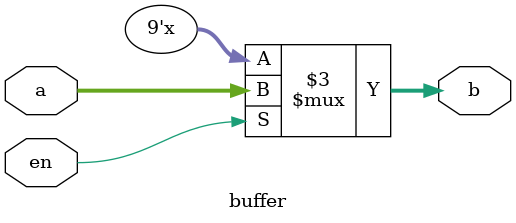
<source format=v>
module buffer (a, b, en);
    input [8:0] a;
    input en;
    output reg [8:0] b;

    always @(*) begin
        if (en)
            b = a;
        else 
            b = 9'bzzzzzzzzz;
    end
endmodule
</source>
